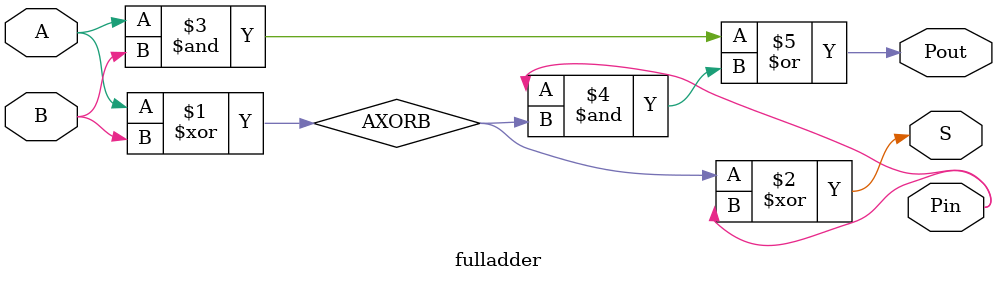
<source format=v>
module fulladder(
    input A,
    input B,
    output Pin,
    output S,
    output Pout
) ;


wire AXORB = A ^ B;
assign S = AXORB ^ Pin;
assign Pout = (A & B) | (Pin & AXORB);
   
endmodule
</source>
